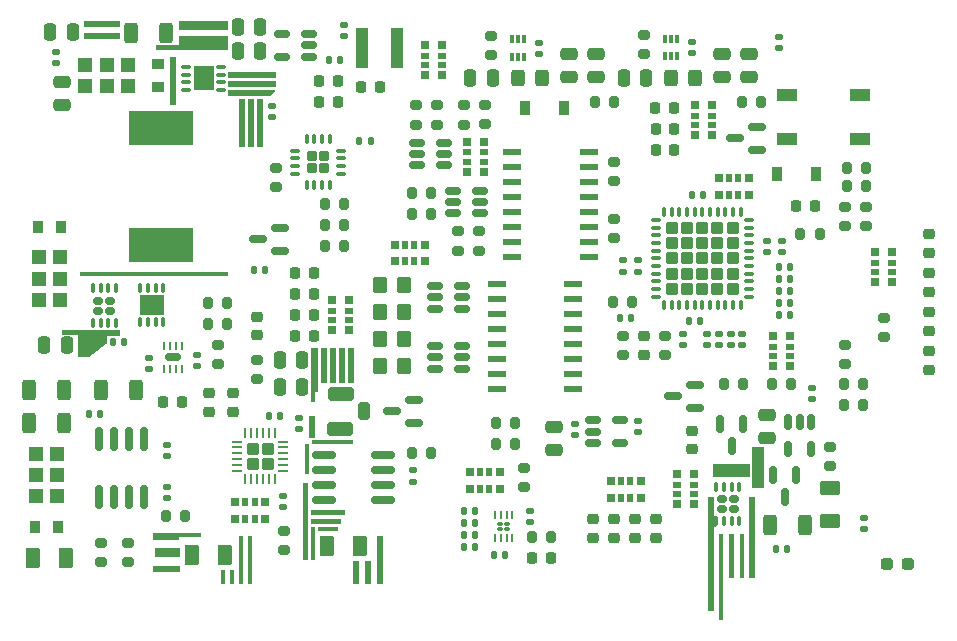
<source format=gbr>
%TF.GenerationSoftware,KiCad,Pcbnew,6.0.11+dfsg-1~bpo11+1*%
%TF.CreationDate,2024-03-27T00:12:40-05:00*%
%TF.ProjectId,BTMS,42544d53-2e6b-4696-9361-645f70636258,rev?*%
%TF.SameCoordinates,Original*%
%TF.FileFunction,Paste,Top*%
%TF.FilePolarity,Positive*%
%FSLAX46Y46*%
G04 Gerber Fmt 4.6, Leading zero omitted, Abs format (unit mm)*
G04 Created by KiCad (PCBNEW 6.0.11+dfsg-1~bpo11+1) date 2024-03-27 00:12:40*
%MOMM*%
%LPD*%
G01*
G04 APERTURE LIST*
G04 Aperture macros list*
%AMRoundRect*
0 Rectangle with rounded corners*
0 $1 Rounding radius*
0 $2 $3 $4 $5 $6 $7 $8 $9 X,Y pos of 4 corners*
0 Add a 4 corners polygon primitive as box body*
4,1,4,$2,$3,$4,$5,$6,$7,$8,$9,$2,$3,0*
0 Add four circle primitives for the rounded corners*
1,1,$1+$1,$2,$3*
1,1,$1+$1,$4,$5*
1,1,$1+$1,$6,$7*
1,1,$1+$1,$8,$9*
0 Add four rect primitives between the rounded corners*
20,1,$1+$1,$2,$3,$4,$5,0*
20,1,$1+$1,$4,$5,$6,$7,0*
20,1,$1+$1,$6,$7,$8,$9,0*
20,1,$1+$1,$8,$9,$2,$3,0*%
G04 Aperture macros list end*
%ADD10RoundRect,0.140000X0.170000X-0.140000X0.170000X0.140000X-0.170000X0.140000X-0.170000X-0.140000X0*%
%ADD11RoundRect,0.200000X0.200000X0.275000X-0.200000X0.275000X-0.200000X-0.275000X0.200000X-0.275000X0*%
%ADD12RoundRect,0.140000X0.140000X0.170000X-0.140000X0.170000X-0.140000X-0.170000X0.140000X-0.170000X0*%
%ADD13RoundRect,0.140000X-0.140000X-0.170000X0.140000X-0.170000X0.140000X0.170000X-0.140000X0.170000X0*%
%ADD14RoundRect,0.160000X0.485000X-0.160000X0.485000X0.160000X-0.485000X0.160000X-0.485000X-0.160000X0*%
%ADD15RoundRect,0.062500X0.062500X-0.287500X0.062500X0.287500X-0.062500X0.287500X-0.062500X-0.287500X0*%
%ADD16RoundRect,0.218750X-0.218750X-0.256250X0.218750X-0.256250X0.218750X0.256250X-0.218750X0.256250X0*%
%ADD17RoundRect,0.250000X-0.325000X-0.450000X0.325000X-0.450000X0.325000X0.450000X-0.325000X0.450000X0*%
%ADD18RoundRect,0.250000X-0.312500X-0.625000X0.312500X-0.625000X0.312500X0.625000X-0.312500X0.625000X0*%
%ADD19RoundRect,0.200000X-0.200000X-0.275000X0.200000X-0.275000X0.200000X0.275000X-0.200000X0.275000X0*%
%ADD20RoundRect,0.080000X-0.160000X0.080000X-0.160000X-0.080000X0.160000X-0.080000X0.160000X0.080000X0*%
%ADD21RoundRect,0.062500X-0.062500X0.287500X-0.062500X-0.287500X0.062500X-0.287500X0.062500X0.287500X0*%
%ADD22RoundRect,0.150000X-0.150000X0.512500X-0.150000X-0.512500X0.150000X-0.512500X0.150000X0.512500X0*%
%ADD23RoundRect,0.218750X0.218750X0.256250X-0.218750X0.256250X-0.218750X-0.256250X0.218750X-0.256250X0*%
%ADD24RoundRect,0.218750X-0.256250X0.218750X-0.256250X-0.218750X0.256250X-0.218750X0.256250X0.218750X0*%
%ADD25RoundRect,0.250000X-0.275000X-0.275000X0.275000X-0.275000X0.275000X0.275000X-0.275000X0.275000X0*%
%ADD26RoundRect,0.062500X-0.375000X-0.062500X0.375000X-0.062500X0.375000X0.062500X-0.375000X0.062500X0*%
%ADD27RoundRect,0.062500X-0.062500X-0.375000X0.062500X-0.375000X0.062500X0.375000X-0.062500X0.375000X0*%
%ADD28RoundRect,0.140000X-0.170000X0.140000X-0.170000X-0.140000X0.170000X-0.140000X0.170000X0.140000X0*%
%ADD29RoundRect,0.137500X0.662500X0.137500X-0.662500X0.137500X-0.662500X-0.137500X0.662500X-0.137500X0*%
%ADD30RoundRect,0.250000X0.250000X0.475000X-0.250000X0.475000X-0.250000X-0.475000X0.250000X-0.475000X0*%
%ADD31RoundRect,0.218750X0.256250X-0.218750X0.256250X0.218750X-0.256250X0.218750X-0.256250X-0.218750X0*%
%ADD32R,0.700000X0.640000*%
%ADD33R,0.700000X0.500000*%
%ADD34RoundRect,0.200000X-0.275000X0.200000X-0.275000X-0.200000X0.275000X-0.200000X0.275000X0.200000X0*%
%ADD35RoundRect,0.172500X-0.242500X0.172500X-0.242500X-0.172500X0.242500X-0.172500X0.242500X0.172500X0*%
%ADD36RoundRect,0.075000X-0.075000X0.325000X-0.075000X-0.325000X0.075000X-0.325000X0.075000X0.325000X0*%
%ADD37RoundRect,0.300000X0.800000X0.300000X-0.800000X0.300000X-0.800000X-0.300000X0.800000X-0.300000X0*%
%ADD38RoundRect,0.250000X0.250000X0.500000X-0.250000X0.500000X-0.250000X-0.500000X0.250000X-0.500000X0*%
%ADD39R,0.900000X1.200000*%
%ADD40RoundRect,0.250000X0.375000X0.625000X-0.375000X0.625000X-0.375000X-0.625000X0.375000X-0.625000X0*%
%ADD41RoundRect,0.200000X0.275000X-0.200000X0.275000X0.200000X-0.275000X0.200000X-0.275000X-0.200000X0*%
%ADD42RoundRect,0.172500X0.172500X0.242500X-0.172500X0.242500X-0.172500X-0.242500X0.172500X-0.242500X0*%
%ADD43RoundRect,0.075000X0.325000X0.075000X-0.325000X0.075000X-0.325000X-0.075000X0.325000X-0.075000X0*%
%ADD44R,1.700000X2.050000*%
%ADD45RoundRect,0.250000X-0.350000X-0.450000X0.350000X-0.450000X0.350000X0.450000X-0.350000X0.450000X0*%
%ADD46RoundRect,0.250000X0.475000X-0.250000X0.475000X0.250000X-0.475000X0.250000X-0.475000X-0.250000X0*%
%ADD47RoundRect,0.150000X-0.150000X0.587500X-0.150000X-0.587500X0.150000X-0.587500X0.150000X0.587500X0*%
%ADD48RoundRect,0.150000X0.512500X0.150000X-0.512500X0.150000X-0.512500X-0.150000X0.512500X-0.150000X0*%
%ADD49RoundRect,0.250000X-0.250000X-0.475000X0.250000X-0.475000X0.250000X0.475000X-0.250000X0.475000X0*%
%ADD50R,0.340000X0.700000*%
%ADD51RoundRect,0.250000X0.312500X0.625000X-0.312500X0.625000X-0.312500X-0.625000X0.312500X-0.625000X0*%
%ADD52RoundRect,0.250000X-0.475000X0.250000X-0.475000X-0.250000X0.475000X-0.250000X0.475000X0.250000X0*%
%ADD53RoundRect,0.237500X0.287500X0.237500X-0.287500X0.237500X-0.287500X-0.237500X0.287500X-0.237500X0*%
%ADD54RoundRect,0.150000X-0.150000X0.825000X-0.150000X-0.825000X0.150000X-0.825000X0.150000X0.825000X0*%
%ADD55RoundRect,0.250000X-0.270000X-0.270000X0.270000X-0.270000X0.270000X0.270000X-0.270000X0.270000X0*%
%ADD56RoundRect,0.087500X-0.325000X-0.087500X0.325000X-0.087500X0.325000X0.087500X-0.325000X0.087500X0*%
%ADD57RoundRect,0.087500X-0.087500X-0.325000X0.087500X-0.325000X0.087500X0.325000X-0.087500X0.325000X0*%
%ADD58RoundRect,0.172500X0.242500X-0.172500X0.242500X0.172500X-0.242500X0.172500X-0.242500X-0.172500X0*%
%ADD59RoundRect,0.075000X0.075000X-0.325000X0.075000X0.325000X-0.075000X0.325000X-0.075000X-0.325000X0*%
%ADD60R,2.050000X1.700000*%
%ADD61R,1.300000X1.200000*%
%ADD62R,0.950000X1.000000*%
%ADD63RoundRect,0.150000X0.587500X0.150000X-0.587500X0.150000X-0.587500X-0.150000X0.587500X-0.150000X0*%
%ADD64R,0.640000X0.700000*%
%ADD65R,0.500000X0.700000*%
%ADD66RoundRect,0.150000X-0.825000X-0.150000X0.825000X-0.150000X0.825000X0.150000X-0.825000X0.150000X0*%
%ADD67RoundRect,0.250000X-0.625000X0.375000X-0.625000X-0.375000X0.625000X-0.375000X0.625000X0.375000X0*%
%ADD68R,1.200000X1.300000*%
%ADD69R,1.000000X0.950000*%
%ADD70R,1.100000X3.400000*%
%ADD71RoundRect,0.212500X0.212500X-0.212500X0.212500X0.212500X-0.212500X0.212500X-0.212500X-0.212500X0*%
%ADD72RoundRect,0.075000X0.075000X-0.350000X0.075000X0.350000X-0.075000X0.350000X-0.075000X-0.350000X0*%
%ADD73RoundRect,0.075000X0.350000X-0.075000X0.350000X0.075000X-0.350000X0.075000X-0.350000X-0.075000X0*%
%ADD74R,5.400000X2.900000*%
%ADD75R,1.800000X1.100000*%
%ADD76RoundRect,0.150000X-0.512500X-0.150000X0.512500X-0.150000X0.512500X0.150000X-0.512500X0.150000X0*%
G04 APERTURE END LIST*
D10*
%TO.C,C56*%
X174244000Y-98524000D03*
X174244000Y-97564000D03*
%TD*%
D11*
%TO.C,R13*%
X155003000Y-139954000D03*
X153353000Y-139954000D03*
%TD*%
D12*
%TO.C,C6*%
X148562000Y-140758000D03*
X147602000Y-140758000D03*
%TD*%
D13*
%TO.C,C14*%
X174272000Y-120142000D03*
X175232000Y-120142000D03*
%TD*%
D14*
%TO.C,U11*%
X122936000Y-124714000D03*
D15*
X122186000Y-125714000D03*
X122686000Y-125714000D03*
X123186000Y-125714000D03*
X123686000Y-125714000D03*
X123686000Y-123714000D03*
X123186000Y-123714000D03*
X122686000Y-123714000D03*
X122186000Y-123714000D03*
%TD*%
D16*
%TO.C,D31*%
X163830000Y-105410000D03*
X165405000Y-105410000D03*
%TD*%
D17*
%TO.C,L3*%
X152137000Y-101092000D03*
X154187000Y-101092000D03*
%TD*%
D18*
%TO.C,FB2*%
X119441500Y-97282000D03*
X122366500Y-97282000D03*
%TD*%
D19*
%TO.C,R24*%
X125921000Y-120142000D03*
X127571000Y-120142000D03*
%TD*%
D11*
%TO.C,R71*%
X144843000Y-112585000D03*
X143193000Y-112585000D03*
%TD*%
D13*
%TO.C,C20*%
X117884000Y-123444000D03*
X118844000Y-123444000D03*
%TD*%
D20*
%TO.C,U3*%
X150652000Y-138850000D03*
X151252000Y-138850000D03*
X151252000Y-139250000D03*
X150652000Y-139250000D03*
D21*
X151702000Y-138050000D03*
X151202000Y-138050000D03*
X150702000Y-138050000D03*
X150202000Y-138050000D03*
X150202000Y-140050000D03*
X150702000Y-140050000D03*
X151202000Y-140050000D03*
X151702000Y-140050000D03*
%TD*%
D19*
%TO.C,R40*%
X135827000Y-115316000D03*
X137477000Y-115316000D03*
%TD*%
D22*
%TO.C,U17*%
X176972000Y-130180500D03*
X176022000Y-130180500D03*
X175072000Y-130180500D03*
X175072000Y-132455500D03*
X176972000Y-132455500D03*
%TD*%
D19*
%TO.C,R48*%
X135827000Y-111760000D03*
X137477000Y-111760000D03*
%TD*%
%TO.C,R12*%
X180023000Y-108712000D03*
X181673000Y-108712000D03*
%TD*%
D10*
%TO.C,C27*%
X113030000Y-99794000D03*
X113030000Y-98834000D03*
%TD*%
D23*
%TO.C,D5*%
X134899500Y-117602000D03*
X133324500Y-117602000D03*
%TD*%
D24*
%TO.C,D9*%
X130048000Y-121259500D03*
X130048000Y-122834500D03*
%TD*%
D19*
%TO.C,R23*%
X173673000Y-127000000D03*
X175323000Y-127000000D03*
%TD*%
%TO.C,R14*%
X180023000Y-110236000D03*
X181673000Y-110236000D03*
%TD*%
D25*
%TO.C,U7*%
X129696000Y-132446000D03*
X130996000Y-133746000D03*
X130996000Y-132446000D03*
X129696000Y-133746000D03*
D26*
X128408500Y-131846000D03*
X128408500Y-132346000D03*
X128408500Y-132846000D03*
X128408500Y-133346000D03*
X128408500Y-133846000D03*
X128408500Y-134346000D03*
D27*
X129096000Y-135033500D03*
X129596000Y-135033500D03*
X130096000Y-135033500D03*
X130596000Y-135033500D03*
X131096000Y-135033500D03*
X131596000Y-135033500D03*
D26*
X132283500Y-134346000D03*
X132283500Y-133846000D03*
X132283500Y-133346000D03*
X132283500Y-132846000D03*
X132283500Y-132346000D03*
X132283500Y-131846000D03*
D27*
X131596000Y-131158500D03*
X131096000Y-131158500D03*
X130596000Y-131158500D03*
X130096000Y-131158500D03*
X129596000Y-131158500D03*
X129096000Y-131158500D03*
%TD*%
D11*
%TO.C,R78*%
X151955000Y-132080000D03*
X150305000Y-132080000D03*
%TD*%
D12*
%TO.C,C47*%
X174978000Y-140970000D03*
X174018000Y-140970000D03*
%TD*%
D13*
%TO.C,C1*%
X147602000Y-138726000D03*
X148562000Y-138726000D03*
%TD*%
D28*
%TO.C,C51*%
X166116000Y-122710000D03*
X166116000Y-123670000D03*
%TD*%
D29*
%TO.C,U5*%
X156858000Y-127381000D03*
X156858000Y-126111000D03*
X156858000Y-124841000D03*
X156858000Y-123571000D03*
X156858000Y-122301000D03*
X156858000Y-121031000D03*
X156858000Y-119761000D03*
X156858000Y-118491000D03*
X150358000Y-118491000D03*
X150358000Y-119761000D03*
X150358000Y-121031000D03*
X150358000Y-122301000D03*
X150358000Y-123571000D03*
X150358000Y-124841000D03*
X150358000Y-126111000D03*
X150358000Y-127381000D03*
%TD*%
D30*
%TO.C,C18*%
X113980000Y-123698000D03*
X112080000Y-123698000D03*
%TD*%
D31*
%TO.C,D22*%
X163830000Y-139979500D03*
X163830000Y-138404500D03*
%TD*%
D32*
%TO.C,RN12*%
X145734000Y-100838000D03*
D33*
X145734000Y-99968000D03*
X145734000Y-99168000D03*
D32*
X145734000Y-98298000D03*
X144334000Y-98298000D03*
D33*
X144334000Y-99168000D03*
X144334000Y-99968000D03*
D32*
X144334000Y-100838000D03*
%TD*%
D34*
%TO.C,R18*%
X130048000Y-124905000D03*
X130048000Y-126555000D03*
%TD*%
D35*
%TO.C,U12*%
X117664000Y-120759000D03*
X116644000Y-120759000D03*
X116644000Y-119909000D03*
X117664000Y-119909000D03*
D36*
X118129000Y-118884000D03*
X117479000Y-118884000D03*
X116829000Y-118884000D03*
X116179000Y-118884000D03*
X116179000Y-121784000D03*
X116829000Y-121784000D03*
X117479000Y-121784000D03*
X118129000Y-121784000D03*
%TD*%
D23*
%TO.C,D26*%
X136931500Y-101346000D03*
X135356500Y-101346000D03*
%TD*%
D19*
%TO.C,R3*%
X160211000Y-120015000D03*
X161861000Y-120015000D03*
%TD*%
D34*
%TO.C,R2*%
X119126000Y-140399000D03*
X119126000Y-142049000D03*
%TD*%
D10*
%TO.C,C41*%
X174498000Y-115796000D03*
X174498000Y-114836000D03*
%TD*%
%TO.C,C4*%
X153162000Y-138656000D03*
X153162000Y-137696000D03*
%TD*%
D37*
%TO.C,U6*%
X137088500Y-130786000D03*
D38*
X139160000Y-129292000D03*
D37*
X137160000Y-127786000D03*
%TD*%
D34*
%TO.C,R47*%
X131699000Y-108649000D03*
X131699000Y-110299000D03*
%TD*%
D30*
%TO.C,C37*%
X150048000Y-101092000D03*
X148148000Y-101092000D03*
%TD*%
D16*
%TO.C,D18*%
X122148500Y-128524000D03*
X123723500Y-128524000D03*
%TD*%
D10*
%TO.C,C19*%
X120904000Y-125702000D03*
X120904000Y-124742000D03*
%TD*%
D11*
%TO.C,R79*%
X151955000Y-130302000D03*
X150305000Y-130302000D03*
%TD*%
D39*
%TO.C,D33*%
X177418000Y-109220000D03*
X174118000Y-109220000D03*
%TD*%
D40*
%TO.C,F1*%
X113922000Y-141732000D03*
X111122000Y-141732000D03*
%TD*%
D32*
%TO.C,RN10*%
X149290000Y-109029000D03*
D33*
X149290000Y-108159000D03*
X149290000Y-107359000D03*
D32*
X149290000Y-106489000D03*
X147890000Y-106489000D03*
D33*
X147890000Y-107359000D03*
X147890000Y-108159000D03*
D32*
X147890000Y-109029000D03*
%TD*%
D41*
%TO.C,R66*%
X147574000Y-105028000D03*
X147574000Y-103378000D03*
%TD*%
D42*
%TO.C,U15*%
X125975000Y-100594000D03*
X125125000Y-100594000D03*
X125975000Y-101614000D03*
X125125000Y-101614000D03*
D43*
X127000000Y-102079000D03*
X127000000Y-101429000D03*
X127000000Y-100779000D03*
X127000000Y-100129000D03*
X124100000Y-100129000D03*
X124100000Y-100779000D03*
X124100000Y-101429000D03*
X124100000Y-102079000D03*
D44*
X125550000Y-101104000D03*
%TD*%
D45*
%TO.C,R31*%
X140478000Y-123190000D03*
X142478000Y-123190000D03*
%TD*%
D28*
%TO.C,C21*%
X124968000Y-124488000D03*
X124968000Y-125448000D03*
%TD*%
D46*
%TO.C,C52*%
X158750000Y-100963000D03*
X158750000Y-99063000D03*
%TD*%
D16*
%TO.C,D8*%
X153390500Y-141732000D03*
X154965500Y-141732000D03*
%TD*%
D31*
%TO.C,D11*%
X125984000Y-129311500D03*
X125984000Y-127736500D03*
%TD*%
D41*
%TO.C,R76*%
X160274000Y-109791000D03*
X160274000Y-108141000D03*
%TD*%
D46*
%TO.C,C11*%
X173228000Y-131506000D03*
X173228000Y-129606000D03*
%TD*%
D13*
%TO.C,C12*%
X174272000Y-121158000D03*
X175232000Y-121158000D03*
%TD*%
D41*
%TO.C,R64*%
X143510000Y-105028000D03*
X143510000Y-103378000D03*
%TD*%
D47*
%TO.C,Q6*%
X175702000Y-134698500D03*
X173802000Y-134698500D03*
X174752000Y-136573500D03*
%TD*%
D32*
%TO.C,RN11*%
X165670000Y-134620000D03*
D33*
X165670000Y-135490000D03*
X165670000Y-136290000D03*
D32*
X165670000Y-137160000D03*
X167070000Y-137160000D03*
D33*
X167070000Y-136290000D03*
X167070000Y-135490000D03*
D32*
X167070000Y-134620000D03*
%TD*%
D10*
%TO.C,C43*%
X177038000Y-128242000D03*
X177038000Y-127282000D03*
%TD*%
D31*
%TO.C,D21*%
X162052000Y-139979500D03*
X162052000Y-138404500D03*
%TD*%
D34*
%TO.C,R1*%
X116840000Y-140399000D03*
X116840000Y-142049000D03*
%TD*%
D23*
%TO.C,D4*%
X134899500Y-119380000D03*
X133324500Y-119380000D03*
%TD*%
D45*
%TO.C,R59*%
X140478000Y-118618000D03*
X142478000Y-118618000D03*
%TD*%
D41*
%TO.C,R46*%
X164592000Y-124523000D03*
X164592000Y-122873000D03*
%TD*%
%TO.C,R65*%
X145288000Y-105028000D03*
X145288000Y-103378000D03*
%TD*%
D32*
%TO.C,RN4*%
X137860000Y-122428000D03*
D33*
X137860000Y-121558000D03*
X137860000Y-120758000D03*
D32*
X137860000Y-119888000D03*
X136460000Y-119888000D03*
D33*
X136460000Y-120758000D03*
X136460000Y-121558000D03*
D32*
X136460000Y-122428000D03*
%TD*%
D11*
%TO.C,R33*%
X181419000Y-127000000D03*
X179769000Y-127000000D03*
%TD*%
D34*
%TO.C,R74*%
X147066000Y-114046000D03*
X147066000Y-115696000D03*
%TD*%
D48*
%TO.C,U23*%
X147441500Y-125664000D03*
X147441500Y-124714000D03*
X147441500Y-123764000D03*
X145166500Y-123764000D03*
X145166500Y-124714000D03*
X145166500Y-125664000D03*
%TD*%
D28*
%TO.C,C57*%
X162306000Y-130076000D03*
X162306000Y-131036000D03*
%TD*%
D13*
%TO.C,C3*%
X147602000Y-139742000D03*
X148562000Y-139742000D03*
%TD*%
%TO.C,C17*%
X174272000Y-118110000D03*
X175232000Y-118110000D03*
%TD*%
%TO.C,C40*%
X174272000Y-117094000D03*
X175232000Y-117094000D03*
%TD*%
D34*
%TO.C,R73*%
X148844000Y-114046000D03*
X148844000Y-115696000D03*
%TD*%
D28*
%TO.C,C28*%
X131318000Y-103406000D03*
X131318000Y-104366000D03*
%TD*%
%TO.C,C7*%
X143241000Y-134294000D03*
X143241000Y-135254000D03*
%TD*%
D11*
%TO.C,R70*%
X144843000Y-110807000D03*
X143193000Y-110807000D03*
%TD*%
D28*
%TO.C,C55*%
X156972000Y-130330000D03*
X156972000Y-131290000D03*
%TD*%
%TO.C,C13*%
X122428000Y-132108000D03*
X122428000Y-133068000D03*
%TD*%
D10*
%TO.C,C23*%
X181483000Y-139291000D03*
X181483000Y-138331000D03*
%TD*%
D49*
%TO.C,C62*%
X128463000Y-96774000D03*
X130363000Y-96774000D03*
%TD*%
D16*
%TO.C,D32*%
X163830000Y-107188000D03*
X165405000Y-107188000D03*
%TD*%
D10*
%TO.C,C35*%
X162306000Y-117466164D03*
X162306000Y-116506164D03*
%TD*%
D50*
%TO.C,U19*%
X164629000Y-99239000D03*
X165129000Y-99239000D03*
X165629000Y-99239000D03*
X165629000Y-97739000D03*
X165129000Y-97739000D03*
X164629000Y-97739000D03*
%TD*%
D45*
%TO.C,R4*%
X140478000Y-125476000D03*
X142478000Y-125476000D03*
%TD*%
D51*
%TO.C,R19*%
X113730500Y-127508000D03*
X110805500Y-127508000D03*
%TD*%
D13*
%TO.C,C15*%
X174272000Y-119126000D03*
X175232000Y-119126000D03*
%TD*%
D48*
%TO.C,U26*%
X148965500Y-112519000D03*
X148965500Y-111569000D03*
X148965500Y-110619000D03*
X146690500Y-110619000D03*
X146690500Y-111569000D03*
X146690500Y-112519000D03*
%TD*%
D23*
%TO.C,D2*%
X134899500Y-122936000D03*
X133324500Y-122936000D03*
%TD*%
%TO.C,D27*%
X136931500Y-103124000D03*
X135356500Y-103124000D03*
%TD*%
D34*
%TO.C,R37*%
X161036000Y-122873000D03*
X161036000Y-124523000D03*
%TD*%
D31*
%TO.C,D19*%
X158496000Y-139979500D03*
X158496000Y-138404500D03*
%TD*%
%TO.C,D14*%
X186944000Y-122453500D03*
X186944000Y-120878500D03*
%TD*%
D46*
%TO.C,C49*%
X156464000Y-100963000D03*
X156464000Y-99063000D03*
%TD*%
D48*
%TO.C,U25*%
X145917500Y-108455000D03*
X145917500Y-107505000D03*
X145917500Y-106555000D03*
X143642500Y-106555000D03*
X143642500Y-107505000D03*
X143642500Y-108455000D03*
%TD*%
D34*
%TO.C,R16*%
X181610000Y-111951000D03*
X181610000Y-113601000D03*
%TD*%
D13*
%TO.C,C8*%
X131092000Y-129646000D03*
X132052000Y-129646000D03*
%TD*%
D31*
%TO.C,D15*%
X186944000Y-125755500D03*
X186944000Y-124180500D03*
%TD*%
D30*
%TO.C,C38*%
X163031000Y-101029000D03*
X161131000Y-101029000D03*
%TD*%
D10*
%TO.C,C36*%
X173228000Y-115796000D03*
X173228000Y-114836000D03*
%TD*%
D52*
%TO.C,C25*%
X113538000Y-101412000D03*
X113538000Y-103312000D03*
%TD*%
D12*
%TO.C,C48*%
X167612000Y-121666000D03*
X166652000Y-121666000D03*
%TD*%
D39*
%TO.C,D29*%
X156082000Y-103632000D03*
X152782000Y-103632000D03*
%TD*%
D40*
%TO.C,F3*%
X127384000Y-141478000D03*
X124584000Y-141478000D03*
%TD*%
D16*
%TO.C,D30*%
X163804500Y-103632000D03*
X165379500Y-103632000D03*
%TD*%
D19*
%TO.C,R27*%
X125921000Y-121920000D03*
X127571000Y-121920000D03*
%TD*%
D53*
%TO.C,F4*%
X185152000Y-142240000D03*
X183402000Y-142240000D03*
%TD*%
D34*
%TO.C,R42*%
X149860000Y-97473000D03*
X149860000Y-99123000D03*
%TD*%
D12*
%TO.C,C31*%
X161770000Y-121412000D03*
X160810000Y-121412000D03*
%TD*%
D28*
%TO.C,C30*%
X171170000Y-122710000D03*
X171170000Y-123670000D03*
%TD*%
D12*
%TO.C,C5*%
X151102000Y-141478000D03*
X150142000Y-141478000D03*
%TD*%
D54*
%TO.C,U10*%
X120523000Y-131614000D03*
X119253000Y-131614000D03*
X117983000Y-131614000D03*
X116713000Y-131614000D03*
X116713000Y-136564000D03*
X117983000Y-136564000D03*
X119253000Y-136564000D03*
X120523000Y-136564000D03*
%TD*%
D13*
%TO.C,C33*%
X166906000Y-110998000D03*
X167866000Y-110998000D03*
%TD*%
D10*
%TO.C,C10*%
X133604000Y-130782000D03*
X133604000Y-129822000D03*
%TD*%
D34*
%TO.C,R15*%
X179832000Y-111951000D03*
X179832000Y-113601000D03*
%TD*%
D30*
%TO.C,C58*%
X114488000Y-97155000D03*
X112588000Y-97155000D03*
%TD*%
%TO.C,C61*%
X133919000Y-124968000D03*
X132019000Y-124968000D03*
%TD*%
D41*
%TO.C,R77*%
X160274000Y-114617000D03*
X160274000Y-112967000D03*
%TD*%
D18*
%TO.C,FB3*%
X173543500Y-138938000D03*
X176468500Y-138938000D03*
%TD*%
D12*
%TO.C,C22*%
X116812000Y-129540000D03*
X115852000Y-129540000D03*
%TD*%
D55*
%TO.C,U20*%
X165190000Y-116342000D03*
X170350000Y-115052000D03*
X169060000Y-118922000D03*
X165190000Y-117632000D03*
X170350000Y-118922000D03*
X167770000Y-117632000D03*
X166480000Y-116342000D03*
X170350000Y-113762000D03*
X169060000Y-113762000D03*
X170350000Y-117632000D03*
X165190000Y-113762000D03*
X167770000Y-113762000D03*
X167770000Y-116342000D03*
X166480000Y-113762000D03*
X169060000Y-115052000D03*
X165190000Y-115052000D03*
X166480000Y-118922000D03*
X169060000Y-116342000D03*
X166480000Y-117632000D03*
X167770000Y-115052000D03*
X166480000Y-115052000D03*
X170350000Y-116342000D03*
X165190000Y-118922000D03*
X169060000Y-117632000D03*
X167770000Y-118922000D03*
D56*
X163832500Y-113092000D03*
X163832500Y-113742000D03*
X163832500Y-114392000D03*
X163832500Y-115042000D03*
X163832500Y-115692000D03*
X163832500Y-116342000D03*
X163832500Y-116992000D03*
X163832500Y-117642000D03*
X163832500Y-118292000D03*
X163832500Y-118942000D03*
X163832500Y-119592000D03*
D57*
X164520000Y-120279500D03*
X165170000Y-120279500D03*
X165820000Y-120279500D03*
X166470000Y-120279500D03*
X167120000Y-120279500D03*
X167770000Y-120279500D03*
X168420000Y-120279500D03*
X169070000Y-120279500D03*
X169720000Y-120279500D03*
X170370000Y-120279500D03*
X171020000Y-120279500D03*
D56*
X171707500Y-119592000D03*
X171707500Y-118942000D03*
X171707500Y-118292000D03*
X171707500Y-117642000D03*
X171707500Y-116992000D03*
X171707500Y-116342000D03*
X171707500Y-115692000D03*
X171707500Y-115042000D03*
X171707500Y-114392000D03*
X171707500Y-113742000D03*
X171707500Y-113092000D03*
D57*
X171020000Y-112404500D03*
X170370000Y-112404500D03*
X169720000Y-112404500D03*
X169070000Y-112404500D03*
X168420000Y-112404500D03*
X167770000Y-112404500D03*
X167120000Y-112404500D03*
X166470000Y-112404500D03*
X165820000Y-112404500D03*
X165170000Y-112404500D03*
X164520000Y-112404500D03*
%TD*%
D19*
%TO.C,R28*%
X169609000Y-127000000D03*
X171259000Y-127000000D03*
%TD*%
%TO.C,R41*%
X135827000Y-113538000D03*
X137477000Y-113538000D03*
%TD*%
D58*
%TO.C,U13*%
X120648000Y-120709000D03*
X121668000Y-119859000D03*
X121668000Y-120709000D03*
X120648000Y-119859000D03*
D59*
X120183000Y-121734000D03*
X120833000Y-121734000D03*
X121483000Y-121734000D03*
X122133000Y-121734000D03*
X122133000Y-118834000D03*
X121483000Y-118834000D03*
X120833000Y-118834000D03*
X120183000Y-118834000D03*
D60*
X121158000Y-120284000D03*
%TD*%
D47*
%TO.C,Q5*%
X171212000Y-130388500D03*
X169312000Y-130388500D03*
X170262000Y-132263500D03*
%TD*%
D61*
%TO.C,D23*%
X113422000Y-118040000D03*
X113422000Y-116240000D03*
X111622000Y-118040000D03*
X113422000Y-119840000D03*
X111622000Y-119840000D03*
X111622000Y-116240000D03*
D62*
X111552000Y-113690000D03*
X113492000Y-113690000D03*
%TD*%
D13*
%TO.C,C2*%
X147602000Y-137710000D03*
X148562000Y-137710000D03*
%TD*%
D28*
%TO.C,C42*%
X169164000Y-122710000D03*
X169164000Y-123670000D03*
%TD*%
D19*
%TO.C,R62*%
X143193000Y-132842000D03*
X144843000Y-132842000D03*
%TD*%
D63*
%TO.C,U16*%
X132001500Y-115674000D03*
X132001500Y-113774000D03*
X130126500Y-114724000D03*
%TD*%
D41*
%TO.C,R67*%
X149352000Y-104965000D03*
X149352000Y-103315000D03*
%TD*%
D32*
%TO.C,RN9*%
X168594000Y-105918000D03*
D33*
X168594000Y-105048000D03*
X168594000Y-104248000D03*
D32*
X168594000Y-103378000D03*
X167194000Y-103378000D03*
D33*
X167194000Y-104248000D03*
X167194000Y-105048000D03*
D32*
X167194000Y-105918000D03*
%TD*%
D10*
%TO.C,C16*%
X122428000Y-136624000D03*
X122428000Y-135664000D03*
%TD*%
D41*
%TO.C,R11*%
X152654000Y-135699000D03*
X152654000Y-134049000D03*
%TD*%
%TO.C,R36*%
X183134000Y-122999000D03*
X183134000Y-121349000D03*
%TD*%
D18*
%TO.C,FB1*%
X116901500Y-127508000D03*
X119826500Y-127508000D03*
%TD*%
D64*
%TO.C,RN6*%
X141732000Y-116587000D03*
D65*
X142602000Y-116587000D03*
X143402000Y-116587000D03*
D64*
X144272000Y-116587000D03*
X144272000Y-115187000D03*
D65*
X143402000Y-115187000D03*
X142602000Y-115187000D03*
D64*
X141732000Y-115187000D03*
%TD*%
D28*
%TO.C,C45*%
X166907000Y-98009000D03*
X166907000Y-98969000D03*
%TD*%
D48*
%TO.C,U14*%
X134459500Y-99248000D03*
X134459500Y-98298000D03*
X134459500Y-97348000D03*
X132184500Y-97348000D03*
X132184500Y-99248000D03*
%TD*%
D66*
%TO.C,U4*%
X135766000Y-132969000D03*
X135766000Y-134239000D03*
X135766000Y-135509000D03*
X135766000Y-136779000D03*
X140716000Y-136779000D03*
X140716000Y-135509000D03*
X140716000Y-134239000D03*
X140716000Y-132969000D03*
%TD*%
D64*
%TO.C,RN7*%
X162560000Y-135190000D03*
D65*
X161690000Y-135190000D03*
X160890000Y-135190000D03*
D64*
X160020000Y-135190000D03*
X160020000Y-136590000D03*
D65*
X160890000Y-136590000D03*
X161690000Y-136590000D03*
D64*
X162560000Y-136590000D03*
%TD*%
D30*
%TO.C,C59*%
X133919000Y-127254000D03*
X132019000Y-127254000D03*
%TD*%
D64*
%TO.C,RN1*%
X148082000Y-135828000D03*
D65*
X148952000Y-135828000D03*
X149752000Y-135828000D03*
D64*
X150622000Y-135828000D03*
X150622000Y-134428000D03*
D65*
X149752000Y-134428000D03*
X148952000Y-134428000D03*
D64*
X148082000Y-134428000D03*
%TD*%
D67*
%TO.C,F5*%
X178562000Y-135760000D03*
X178562000Y-138560000D03*
%TD*%
D31*
%TO.C,D13*%
X186944000Y-119151500D03*
X186944000Y-117576500D03*
%TD*%
D10*
%TO.C,C32*%
X137414000Y-97508000D03*
X137414000Y-96548000D03*
%TD*%
D28*
%TO.C,C34*%
X168148000Y-122710000D03*
X168148000Y-123670000D03*
%TD*%
D63*
%TO.C,Q7*%
X172387500Y-107122000D03*
X172387500Y-105222000D03*
X170512500Y-106172000D03*
%TD*%
D28*
%TO.C,C44*%
X153924000Y-98072000D03*
X153924000Y-99032000D03*
%TD*%
D13*
%TO.C,C24*%
X136172000Y-99568000D03*
X137132000Y-99568000D03*
%TD*%
D40*
%TO.C,F2*%
X138814000Y-140716000D03*
X136014000Y-140716000D03*
%TD*%
D31*
%TO.C,D20*%
X160274000Y-139979500D03*
X160274000Y-138404500D03*
%TD*%
D34*
%TO.C,R22*%
X126746000Y-123635000D03*
X126746000Y-125285000D03*
%TD*%
D63*
%TO.C,Q3*%
X167180500Y-128966000D03*
X167180500Y-127066000D03*
X165305500Y-128016000D03*
%TD*%
D68*
%TO.C,D24*%
X119148000Y-99938000D03*
X117348000Y-101738000D03*
X119148000Y-101738000D03*
X115548000Y-101738000D03*
X115548000Y-99938000D03*
X117348000Y-99938000D03*
D69*
X121698000Y-99868000D03*
X121698000Y-101808000D03*
%TD*%
D16*
%TO.C,D28*%
X138912500Y-101854000D03*
X140487500Y-101854000D03*
%TD*%
D61*
%TO.C,D1*%
X111368000Y-134690000D03*
X113168000Y-134690000D03*
X111368000Y-132890000D03*
X111368000Y-136490000D03*
X113168000Y-136490000D03*
X113168000Y-132890000D03*
D62*
X113238000Y-139040000D03*
X111298000Y-139040000D03*
%TD*%
D28*
%TO.C,C26*%
X170180000Y-122710000D03*
X170180000Y-123670000D03*
%TD*%
D52*
%TO.C,C54*%
X155194000Y-130622000D03*
X155194000Y-132522000D03*
%TD*%
D31*
%TO.C,D10*%
X128016000Y-129311500D03*
X128016000Y-127736500D03*
%TD*%
D34*
%TO.C,R44*%
X162843000Y-97410000D03*
X162843000Y-99060000D03*
%TD*%
D70*
%TO.C,L2*%
X138962000Y-98552000D03*
X141962000Y-98552000D03*
%TD*%
D11*
%TO.C,R5*%
X177736000Y-114300000D03*
X176086000Y-114300000D03*
%TD*%
D23*
%TO.C,D3*%
X134899500Y-121158000D03*
X133324500Y-121158000D03*
%TD*%
D12*
%TO.C,C46*%
X139700000Y-106426000D03*
X138740000Y-106426000D03*
%TD*%
D71*
%TO.C,U21*%
X134723000Y-107665000D03*
X135773000Y-108715000D03*
X134723000Y-108715000D03*
X135773000Y-107665000D03*
D72*
X134273000Y-110140000D03*
X134923000Y-110140000D03*
X135573000Y-110140000D03*
X136223000Y-110140000D03*
D73*
X137198000Y-109165000D03*
X137198000Y-108515000D03*
X137198000Y-107865000D03*
X137198000Y-107215000D03*
D72*
X136223000Y-106240000D03*
X135573000Y-106240000D03*
X134923000Y-106240000D03*
X134273000Y-106240000D03*
D73*
X133298000Y-107215000D03*
X133298000Y-107865000D03*
X133298000Y-108515000D03*
X133298000Y-109165000D03*
%TD*%
D29*
%TO.C,U8*%
X158190000Y-116205000D03*
X158190000Y-114935000D03*
X158190000Y-113665000D03*
X158190000Y-112395000D03*
X158190000Y-111125000D03*
X158190000Y-109855000D03*
X158190000Y-108585000D03*
X158190000Y-107315000D03*
X151690000Y-107315000D03*
X151690000Y-108585000D03*
X151690000Y-109855000D03*
X151690000Y-111125000D03*
X151690000Y-112395000D03*
X151690000Y-113665000D03*
X151690000Y-114935000D03*
X151690000Y-116205000D03*
%TD*%
D48*
%TO.C,U24*%
X147441500Y-120584000D03*
X147441500Y-119634000D03*
X147441500Y-118684000D03*
X145166500Y-118684000D03*
X145166500Y-119634000D03*
X145166500Y-120584000D03*
%TD*%
D34*
%TO.C,R39*%
X178562000Y-132271000D03*
X178562000Y-133921000D03*
%TD*%
D17*
%TO.C,L4*%
X165120000Y-101029000D03*
X167170000Y-101029000D03*
%TD*%
D10*
%TO.C,C39*%
X161036000Y-117466164D03*
X161036000Y-116506164D03*
%TD*%
D64*
%TO.C,RN3*%
X130768000Y-136968000D03*
D65*
X129898000Y-136968000D03*
X129098000Y-136968000D03*
D64*
X128228000Y-136968000D03*
X128228000Y-138368000D03*
D65*
X129098000Y-138368000D03*
X129898000Y-138368000D03*
D64*
X130768000Y-138368000D03*
%TD*%
D16*
%TO.C,D6*%
X175742500Y-111887000D03*
X177317500Y-111887000D03*
%TD*%
D74*
%TO.C,L1*%
X121920000Y-115174000D03*
X121920000Y-105274000D03*
%TD*%
D41*
%TO.C,R21*%
X132334000Y-141033000D03*
X132334000Y-139383000D03*
%TD*%
D50*
%TO.C,U18*%
X151646000Y-99302000D03*
X152146000Y-99302000D03*
X152646000Y-99302000D03*
X152646000Y-97802000D03*
X152146000Y-97802000D03*
X151646000Y-97802000D03*
%TD*%
D49*
%TO.C,C60*%
X128463000Y-98806000D03*
X130363000Y-98806000D03*
%TD*%
D41*
%TO.C,R35*%
X179832000Y-125285000D03*
X179832000Y-123635000D03*
%TD*%
D45*
%TO.C,R55*%
X140478000Y-120904000D03*
X142478000Y-120904000D03*
%TD*%
D28*
%TO.C,C9*%
X132292000Y-136426000D03*
X132292000Y-137386000D03*
%TD*%
D31*
%TO.C,D12*%
X186944000Y-115849500D03*
X186944000Y-114274500D03*
%TD*%
D19*
%TO.C,R50*%
X158687000Y-103124000D03*
X160337000Y-103124000D03*
%TD*%
D11*
%TO.C,R34*%
X181419000Y-128778000D03*
X179769000Y-128778000D03*
%TD*%
D12*
%TO.C,C29*%
X130782000Y-117348000D03*
X129822000Y-117348000D03*
%TD*%
D46*
%TO.C,C50*%
X169418000Y-100963000D03*
X169418000Y-99063000D03*
%TD*%
D32*
%TO.C,RN8*%
X175198000Y-125476000D03*
D33*
X175198000Y-124606000D03*
X175198000Y-123806000D03*
D32*
X175198000Y-122936000D03*
X173798000Y-122936000D03*
D33*
X173798000Y-123806000D03*
X173798000Y-124606000D03*
D32*
X173798000Y-125476000D03*
%TD*%
D24*
%TO.C,D25*%
X162814000Y-122910500D03*
X162814000Y-124485500D03*
%TD*%
D63*
%TO.C,Q2*%
X143397500Y-130236000D03*
X143397500Y-128336000D03*
X141522500Y-129286000D03*
%TD*%
D18*
%TO.C,R17*%
X110805500Y-130302000D03*
X113730500Y-130302000D03*
%TD*%
D11*
%TO.C,R72*%
X124015000Y-138176000D03*
X122365000Y-138176000D03*
%TD*%
D24*
%TO.C,D17*%
X166878000Y-130938500D03*
X166878000Y-132513500D03*
%TD*%
D32*
%TO.C,RN5*%
X182434000Y-115824000D03*
D33*
X182434000Y-116694000D03*
X182434000Y-117494000D03*
D32*
X182434000Y-118364000D03*
X183834000Y-118364000D03*
D33*
X183834000Y-117494000D03*
X183834000Y-116694000D03*
D32*
X183834000Y-115824000D03*
%TD*%
D75*
%TO.C,SW1*%
X181154000Y-106244000D03*
X174954000Y-106244000D03*
X174954000Y-102544000D03*
X181154000Y-102544000D03*
%TD*%
D64*
%TO.C,RN2*%
X169164000Y-110936000D03*
D65*
X170034000Y-110936000D03*
X170834000Y-110936000D03*
D64*
X171704000Y-110936000D03*
X171704000Y-109536000D03*
D65*
X170834000Y-109536000D03*
X170034000Y-109536000D03*
D64*
X169164000Y-109536000D03*
%TD*%
D76*
%TO.C,U22*%
X158496000Y-130048000D03*
X158496000Y-130998000D03*
X158496000Y-131948000D03*
X160771000Y-131948000D03*
X160771000Y-130048000D03*
%TD*%
D35*
%TO.C,U9*%
X169416000Y-137585000D03*
X170436000Y-137585000D03*
X169416000Y-136735000D03*
X170436000Y-136735000D03*
D36*
X170901000Y-135710000D03*
X170251000Y-135710000D03*
X169601000Y-135710000D03*
X168951000Y-135710000D03*
X168951000Y-138610000D03*
X169601000Y-138610000D03*
X170251000Y-138610000D03*
X170901000Y-138610000D03*
%TD*%
D19*
%TO.C,R52*%
X171133000Y-103124000D03*
X172783000Y-103124000D03*
%TD*%
D46*
%TO.C,C53*%
X171704000Y-100963000D03*
X171704000Y-99063000D03*
%TD*%
G36*
X125334648Y-139587352D02*
G01*
X125349000Y-139622000D01*
X125349000Y-139905000D01*
X125334648Y-139939648D01*
X125300000Y-139954000D01*
X123453747Y-139954000D01*
X123446855Y-139956855D01*
X123444000Y-139963747D01*
X123444000Y-140159000D01*
X123429648Y-140193648D01*
X123395000Y-140208000D01*
X121334000Y-140208000D01*
X121299352Y-140193648D01*
X121285000Y-140159000D01*
X121285000Y-139622000D01*
X121299352Y-139587352D01*
X121334000Y-139573000D01*
X125300000Y-139573000D01*
X125334648Y-139587352D01*
G37*
G36*
X130541648Y-102884352D02*
G01*
X130556000Y-102919000D01*
X130556000Y-106885000D01*
X130541648Y-106919648D01*
X130507000Y-106934000D01*
X130097000Y-106934000D01*
X130062352Y-106919648D01*
X130048000Y-106885000D01*
X130048000Y-102919000D01*
X130062352Y-102884352D01*
X130097000Y-102870000D01*
X130507000Y-102870000D01*
X130541648Y-102884352D01*
G37*
G36*
X135240648Y-123966352D02*
G01*
X135255000Y-124001000D01*
X135255000Y-127586000D01*
X135240648Y-127620648D01*
X135206000Y-127635000D01*
X135010747Y-127635000D01*
X135003855Y-127637855D01*
X135001000Y-127644747D01*
X135001000Y-128475000D01*
X134986648Y-128509648D01*
X134952000Y-128524000D01*
X134669000Y-128524000D01*
X134634352Y-128509648D01*
X134620000Y-128475000D01*
X134620000Y-124001000D01*
X134634352Y-123966352D01*
X134669000Y-123952000D01*
X135206000Y-123952000D01*
X135240648Y-123966352D01*
G37*
G36*
X131684648Y-101360352D02*
G01*
X131699000Y-101395000D01*
X131699000Y-101805000D01*
X131684648Y-101839648D01*
X131650000Y-101854000D01*
X127684000Y-101854000D01*
X127649352Y-101839648D01*
X127635000Y-101805000D01*
X127635000Y-101395000D01*
X127649352Y-101360352D01*
X127684000Y-101346000D01*
X131650000Y-101346000D01*
X131684648Y-101360352D01*
G37*
G36*
X138669648Y-142000352D02*
G01*
X138684000Y-142035000D01*
X138684000Y-143842000D01*
X138669648Y-143876648D01*
X138635000Y-143891000D01*
X138225000Y-143891000D01*
X138190352Y-143876648D01*
X138176000Y-143842000D01*
X138176000Y-142035000D01*
X138190352Y-142000352D01*
X138225000Y-141986000D01*
X138635000Y-141986000D01*
X138669648Y-142000352D01*
G37*
G36*
X127620648Y-97550352D02*
G01*
X127635000Y-97585000D01*
X127635000Y-98630000D01*
X127620648Y-98664648D01*
X127586000Y-98679000D01*
X121588000Y-98679000D01*
X121553352Y-98664648D01*
X121539000Y-98630000D01*
X121539000Y-98347000D01*
X121553352Y-98312352D01*
X121588000Y-98298000D01*
X123434253Y-98298000D01*
X123441145Y-98295145D01*
X123444000Y-98288253D01*
X123444000Y-97585000D01*
X123458352Y-97550352D01*
X123493000Y-97536000D01*
X127586000Y-97536000D01*
X127620648Y-97550352D01*
G37*
G36*
X136002648Y-123966352D02*
G01*
X136017000Y-124001000D01*
X136017000Y-126824000D01*
X136002648Y-126858648D01*
X135968000Y-126873000D01*
X135558000Y-126873000D01*
X135523352Y-126858648D01*
X135509000Y-126824000D01*
X135509000Y-124001000D01*
X135523352Y-123966352D01*
X135558000Y-123952000D01*
X135968000Y-123952000D01*
X136002648Y-123966352D01*
G37*
G36*
X129017648Y-102884352D02*
G01*
X129032000Y-102919000D01*
X129032000Y-106885000D01*
X129017648Y-106919648D01*
X128983000Y-106934000D01*
X128573000Y-106934000D01*
X128538352Y-106919648D01*
X128524000Y-106885000D01*
X128524000Y-102919000D01*
X128538352Y-102884352D01*
X128573000Y-102870000D01*
X128983000Y-102870000D01*
X129017648Y-102884352D01*
G37*
G36*
X131615352Y-102122352D02*
G01*
X131629704Y-102157000D01*
X131615352Y-102191648D01*
X131205352Y-102601648D01*
X131170704Y-102616000D01*
X127684000Y-102616000D01*
X127649352Y-102601648D01*
X127635000Y-102567000D01*
X127635000Y-102157000D01*
X127649352Y-102122352D01*
X127684000Y-102108000D01*
X131580704Y-102108000D01*
X131615352Y-102122352D01*
G37*
G36*
X138161648Y-131713352D02*
G01*
X138176000Y-131748000D01*
X138176000Y-132031000D01*
X138161648Y-132065648D01*
X138127000Y-132080000D01*
X134796000Y-132080000D01*
X134761352Y-132065648D01*
X134747000Y-132031000D01*
X134747000Y-131748000D01*
X134761352Y-131713352D01*
X134796000Y-131699000D01*
X138127000Y-131699000D01*
X138161648Y-131713352D01*
G37*
G36*
X123556648Y-142381352D02*
G01*
X123571000Y-142416000D01*
X123571000Y-142826000D01*
X123556648Y-142860648D01*
X123522000Y-142875000D01*
X121334000Y-142875000D01*
X121299352Y-142860648D01*
X121285000Y-142826000D01*
X121285000Y-142416000D01*
X121299352Y-142381352D01*
X121334000Y-142367000D01*
X123522000Y-142367000D01*
X123556648Y-142381352D01*
G37*
G36*
X129779648Y-102884352D02*
G01*
X129794000Y-102919000D01*
X129794000Y-106885000D01*
X129779648Y-106919648D01*
X129745000Y-106934000D01*
X129335000Y-106934000D01*
X129300352Y-106919648D01*
X129286000Y-106885000D01*
X129286000Y-102919000D01*
X129300352Y-102884352D01*
X129335000Y-102870000D01*
X129745000Y-102870000D01*
X129779648Y-102884352D01*
G37*
G36*
X137526648Y-137682352D02*
G01*
X137541000Y-137717000D01*
X137541000Y-138000000D01*
X137526648Y-138034648D01*
X137492000Y-138049000D01*
X134669000Y-138049000D01*
X134634352Y-138034648D01*
X134620000Y-138000000D01*
X134620000Y-137717000D01*
X134634352Y-137682352D01*
X134669000Y-137668000D01*
X137492000Y-137668000D01*
X137526648Y-137682352D01*
G37*
G36*
X170419648Y-139714352D02*
G01*
X170434000Y-139749000D01*
X170434000Y-143334000D01*
X170419648Y-143368648D01*
X170385000Y-143383000D01*
X170102000Y-143383000D01*
X170067352Y-143368648D01*
X170053000Y-143334000D01*
X170053000Y-139749000D01*
X170067352Y-139714352D01*
X170102000Y-139700000D01*
X170385000Y-139700000D01*
X170419648Y-139714352D01*
G37*
G36*
X129652648Y-139841352D02*
G01*
X129667000Y-139876000D01*
X129667000Y-143842000D01*
X129652648Y-143876648D01*
X129618000Y-143891000D01*
X129335000Y-143891000D01*
X129300352Y-143876648D01*
X129286000Y-143842000D01*
X129286000Y-139876000D01*
X129300352Y-139841352D01*
X129335000Y-139827000D01*
X129618000Y-139827000D01*
X129652648Y-139841352D01*
G37*
G36*
X131684648Y-100598352D02*
G01*
X131699000Y-100633000D01*
X131699000Y-101043000D01*
X131684648Y-101077648D01*
X131650000Y-101092000D01*
X127684000Y-101092000D01*
X127649352Y-101077648D01*
X127635000Y-101043000D01*
X127635000Y-100633000D01*
X127649352Y-100598352D01*
X127684000Y-100584000D01*
X131650000Y-100584000D01*
X131684648Y-100598352D01*
G37*
G36*
X171816648Y-133745352D02*
G01*
X171831000Y-133780000D01*
X171831000Y-134825000D01*
X171816648Y-134859648D01*
X171782000Y-134874000D01*
X168705000Y-134874000D01*
X168670352Y-134859648D01*
X168656000Y-134825000D01*
X168656000Y-133780000D01*
X168670352Y-133745352D01*
X168705000Y-133731000D01*
X171782000Y-133731000D01*
X171816648Y-133745352D01*
G37*
G36*
X136891648Y-139079352D02*
G01*
X136906000Y-139114000D01*
X136906000Y-139397000D01*
X136891648Y-139431648D01*
X136857000Y-139446000D01*
X135304000Y-139446000D01*
X135269352Y-139431648D01*
X135255000Y-139397000D01*
X135255000Y-139114000D01*
X135269352Y-139079352D01*
X135304000Y-139065000D01*
X136857000Y-139065000D01*
X136891648Y-139079352D01*
G37*
G36*
X169530648Y-139714352D02*
G01*
X169545000Y-139749000D01*
X169545000Y-146890000D01*
X169530648Y-146924648D01*
X169496000Y-146939000D01*
X169213000Y-146939000D01*
X169178352Y-146924648D01*
X169164000Y-146890000D01*
X169164000Y-139749000D01*
X169178352Y-139714352D01*
X169213000Y-139700000D01*
X169496000Y-139700000D01*
X169530648Y-139714352D01*
G37*
G36*
X172959648Y-132348352D02*
G01*
X172974000Y-132383000D01*
X172974000Y-135714000D01*
X172959648Y-135748648D01*
X172925000Y-135763000D01*
X172007000Y-135763000D01*
X171972352Y-135748648D01*
X171958000Y-135714000D01*
X171958000Y-132383000D01*
X171972352Y-132348352D01*
X172007000Y-132334000D01*
X172925000Y-132334000D01*
X172959648Y-132348352D01*
G37*
G36*
X134351648Y-135396352D02*
G01*
X134366000Y-135431000D01*
X134366000Y-141810000D01*
X134351648Y-141844648D01*
X134317000Y-141859000D01*
X134034000Y-141859000D01*
X133999352Y-141844648D01*
X133985000Y-141810000D01*
X133985000Y-135431000D01*
X133999352Y-135396352D01*
X134034000Y-135382000D01*
X134317000Y-135382000D01*
X134351648Y-135396352D01*
G37*
G36*
X127620648Y-96280352D02*
G01*
X127635000Y-96315000D01*
X127635000Y-96979000D01*
X127620648Y-97013648D01*
X127586000Y-97028000D01*
X123493000Y-97028000D01*
X123458352Y-97013648D01*
X123444000Y-96979000D01*
X123444000Y-96315000D01*
X123458352Y-96280352D01*
X123493000Y-96266000D01*
X127586000Y-96266000D01*
X127620648Y-96280352D01*
G37*
G36*
X118476648Y-97296352D02*
G01*
X118491000Y-97331000D01*
X118491000Y-97741000D01*
X118476648Y-97775648D01*
X118442000Y-97790000D01*
X115492000Y-97790000D01*
X115457352Y-97775648D01*
X115443000Y-97741000D01*
X115443000Y-97331000D01*
X115457352Y-97296352D01*
X115492000Y-97282000D01*
X118442000Y-97282000D01*
X118476648Y-97296352D01*
G37*
G36*
X134986648Y-129681352D02*
G01*
X135001000Y-129716000D01*
X135001000Y-131523000D01*
X134986648Y-131557648D01*
X134952000Y-131572000D01*
X134542000Y-131572000D01*
X134507352Y-131557648D01*
X134493000Y-131523000D01*
X134493000Y-129716000D01*
X134507352Y-129681352D01*
X134542000Y-129667000D01*
X134952000Y-129667000D01*
X134986648Y-129681352D01*
G37*
G36*
X134986648Y-139079352D02*
G01*
X135001000Y-139114000D01*
X135001000Y-141810000D01*
X134986648Y-141844648D01*
X134952000Y-141859000D01*
X134669000Y-141859000D01*
X134634352Y-141844648D01*
X134620000Y-141810000D01*
X134620000Y-139114000D01*
X134634352Y-139079352D01*
X134669000Y-139065000D01*
X134952000Y-139065000D01*
X134986648Y-139079352D01*
G37*
G36*
X137145648Y-138444352D02*
G01*
X137160000Y-138479000D01*
X137160000Y-138762000D01*
X137145648Y-138796648D01*
X137111000Y-138811000D01*
X134669000Y-138811000D01*
X134634352Y-138796648D01*
X134620000Y-138762000D01*
X134620000Y-138479000D01*
X134634352Y-138444352D01*
X134669000Y-138430000D01*
X137111000Y-138430000D01*
X137145648Y-138444352D01*
G37*
G36*
X123175648Y-99328352D02*
G01*
X123190000Y-99363000D01*
X123190000Y-103329000D01*
X123175648Y-103363648D01*
X123141000Y-103378000D01*
X122731000Y-103378000D01*
X122696352Y-103363648D01*
X122682000Y-103329000D01*
X122682000Y-99363000D01*
X122696352Y-99328352D01*
X122731000Y-99314000D01*
X123141000Y-99314000D01*
X123175648Y-99328352D01*
G37*
G36*
X127620648Y-117489352D02*
G01*
X127635000Y-117524000D01*
X127635000Y-117807000D01*
X127620648Y-117841648D01*
X127586000Y-117856000D01*
X115111000Y-117856000D01*
X115076352Y-117841648D01*
X115062000Y-117807000D01*
X115062000Y-117524000D01*
X115076352Y-117489352D01*
X115111000Y-117475000D01*
X127586000Y-117475000D01*
X127620648Y-117489352D01*
G37*
G36*
X128890648Y-139841352D02*
G01*
X128905000Y-139876000D01*
X128905000Y-143842000D01*
X128890648Y-143876648D01*
X128856000Y-143891000D01*
X128573000Y-143891000D01*
X128538352Y-143876648D01*
X128524000Y-143842000D01*
X128524000Y-139876000D01*
X128538352Y-139841352D01*
X128573000Y-139827000D01*
X128856000Y-139827000D01*
X128890648Y-139841352D01*
G37*
G36*
X134478648Y-132094352D02*
G01*
X134493000Y-132129000D01*
X134493000Y-134571000D01*
X134478648Y-134605648D01*
X134444000Y-134620000D01*
X134161000Y-134620000D01*
X134126352Y-134605648D01*
X134112000Y-134571000D01*
X134112000Y-132129000D01*
X134126352Y-132094352D01*
X134161000Y-132080000D01*
X134444000Y-132080000D01*
X134478648Y-132094352D01*
G37*
G36*
X137526648Y-123966352D02*
G01*
X137541000Y-124001000D01*
X137541000Y-126824000D01*
X137526648Y-126858648D01*
X137492000Y-126873000D01*
X137082000Y-126873000D01*
X137047352Y-126858648D01*
X137033000Y-126824000D01*
X137033000Y-124001000D01*
X137047352Y-123966352D01*
X137082000Y-123952000D01*
X137492000Y-123952000D01*
X137526648Y-123966352D01*
G37*
G36*
X171308648Y-139714352D02*
G01*
X171323000Y-139749000D01*
X171323000Y-143334000D01*
X171308648Y-143368648D01*
X171274000Y-143383000D01*
X170991000Y-143383000D01*
X170956352Y-143368648D01*
X170942000Y-143334000D01*
X170942000Y-139749000D01*
X170956352Y-139714352D01*
X170991000Y-139700000D01*
X171274000Y-139700000D01*
X171308648Y-139714352D01*
G37*
G36*
X168768648Y-136539352D02*
G01*
X168783000Y-136574000D01*
X168783000Y-138166253D01*
X168785855Y-138173145D01*
X168792747Y-138176000D01*
X168861000Y-138176000D01*
X168895648Y-138190352D01*
X168910000Y-138225000D01*
X168910000Y-139016000D01*
X168895648Y-139050648D01*
X168861000Y-139065000D01*
X168792747Y-139065000D01*
X168785855Y-139067855D01*
X168783000Y-139074747D01*
X168783000Y-146128000D01*
X168768648Y-146162648D01*
X168734000Y-146177000D01*
X168324000Y-146177000D01*
X168289352Y-146162648D01*
X168275000Y-146128000D01*
X168275000Y-136574000D01*
X168289352Y-136539352D01*
X168324000Y-136525000D01*
X168734000Y-136525000D01*
X168768648Y-136539352D01*
G37*
G36*
X140701648Y-139841352D02*
G01*
X140716000Y-139876000D01*
X140716000Y-143842000D01*
X140701648Y-143876648D01*
X140667000Y-143891000D01*
X140257000Y-143891000D01*
X140222352Y-143876648D01*
X140208000Y-143842000D01*
X140208000Y-139876000D01*
X140222352Y-139841352D01*
X140257000Y-139827000D01*
X140667000Y-139827000D01*
X140701648Y-139841352D01*
G37*
G36*
X128128648Y-142762352D02*
G01*
X128143000Y-142797000D01*
X128143000Y-143842000D01*
X128128648Y-143876648D01*
X128094000Y-143891000D01*
X127811000Y-143891000D01*
X127776352Y-143876648D01*
X127762000Y-143842000D01*
X127762000Y-142797000D01*
X127776352Y-142762352D01*
X127811000Y-142748000D01*
X128094000Y-142748000D01*
X128128648Y-142762352D01*
G37*
G36*
X123556648Y-140857352D02*
G01*
X123571000Y-140892000D01*
X123571000Y-141556000D01*
X123556648Y-141590648D01*
X123522000Y-141605000D01*
X121461000Y-141605000D01*
X121426352Y-141590648D01*
X121412000Y-141556000D01*
X121412000Y-140892000D01*
X121426352Y-140857352D01*
X121461000Y-140843000D01*
X123522000Y-140843000D01*
X123556648Y-140857352D01*
G37*
G36*
X139685648Y-142000352D02*
G01*
X139700000Y-142035000D01*
X139700000Y-143842000D01*
X139685648Y-143876648D01*
X139651000Y-143891000D01*
X139241000Y-143891000D01*
X139206352Y-143876648D01*
X139192000Y-143842000D01*
X139192000Y-142035000D01*
X139206352Y-142000352D01*
X139241000Y-141986000D01*
X139651000Y-141986000D01*
X139685648Y-142000352D01*
G37*
G36*
X118476648Y-96280352D02*
G01*
X118491000Y-96315000D01*
X118491000Y-96725000D01*
X118476648Y-96759648D01*
X118442000Y-96774000D01*
X115492000Y-96774000D01*
X115457352Y-96759648D01*
X115443000Y-96725000D01*
X115443000Y-96315000D01*
X115457352Y-96280352D01*
X115492000Y-96266000D01*
X118442000Y-96266000D01*
X118476648Y-96280352D01*
G37*
G36*
X118476648Y-122442352D02*
G01*
X118491000Y-122477000D01*
X118491000Y-122887000D01*
X118476648Y-122921648D01*
X118442000Y-122936000D01*
X117357747Y-122936000D01*
X117350855Y-122938855D01*
X117348000Y-122945747D01*
X117348000Y-123546500D01*
X117333648Y-123581148D01*
X117328400Y-123585700D01*
X115837067Y-124704200D01*
X115807667Y-124714000D01*
X114984000Y-124714000D01*
X114949352Y-124699648D01*
X114935000Y-124665000D01*
X114935000Y-122818747D01*
X114932145Y-122811855D01*
X114925253Y-122809000D01*
X113587000Y-122809000D01*
X113552352Y-122794648D01*
X113538000Y-122760000D01*
X113538000Y-122477000D01*
X113552352Y-122442352D01*
X113587000Y-122428000D01*
X118442000Y-122428000D01*
X118476648Y-122442352D01*
G37*
G36*
X136764648Y-123966352D02*
G01*
X136779000Y-124001000D01*
X136779000Y-126824000D01*
X136764648Y-126858648D01*
X136730000Y-126873000D01*
X136320000Y-126873000D01*
X136285352Y-126858648D01*
X136271000Y-126824000D01*
X136271000Y-124001000D01*
X136285352Y-123966352D01*
X136320000Y-123952000D01*
X136730000Y-123952000D01*
X136764648Y-123966352D01*
G37*
G36*
X138288648Y-123966352D02*
G01*
X138303000Y-124001000D01*
X138303000Y-126824000D01*
X138288648Y-126858648D01*
X138254000Y-126873000D01*
X137844000Y-126873000D01*
X137809352Y-126858648D01*
X137795000Y-126824000D01*
X137795000Y-124001000D01*
X137809352Y-123966352D01*
X137844000Y-123952000D01*
X138254000Y-123952000D01*
X138288648Y-123966352D01*
G37*
G36*
X127366648Y-142762352D02*
G01*
X127381000Y-142797000D01*
X127381000Y-143842000D01*
X127366648Y-143876648D01*
X127332000Y-143891000D01*
X127049000Y-143891000D01*
X127014352Y-143876648D01*
X127000000Y-143842000D01*
X127000000Y-142797000D01*
X127014352Y-142762352D01*
X127049000Y-142748000D01*
X127332000Y-142748000D01*
X127366648Y-142762352D01*
G37*
G36*
X172197648Y-136539352D02*
G01*
X172212000Y-136574000D01*
X172212000Y-143334000D01*
X172197648Y-143368648D01*
X172163000Y-143383000D01*
X171753000Y-143383000D01*
X171718352Y-143368648D01*
X171704000Y-143334000D01*
X171704000Y-136574000D01*
X171718352Y-136539352D01*
X171753000Y-136525000D01*
X172163000Y-136525000D01*
X172197648Y-136539352D01*
G37*
M02*

</source>
